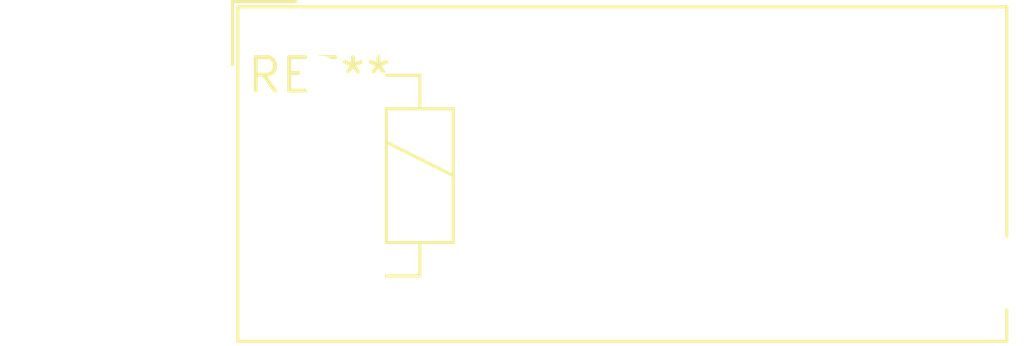
<source format=kicad_pcb>
(kicad_pcb (version 20240108) (generator pcbnew)
  (layers (0 "F.Cu" signal) (31 "B.Cu" signal) (34 "B.Paste" user) (35 "F.Paste" user) (36 "B.SilkS" user "B.Silkscreen") (37 "F.SilkS" user "F.Silkscreen") (38 "B.Mask" user) (39 "F.Mask" user) (44 "Edge.Cuts" user))
  (net 0 "")
  (footprint "Relay_SPDT_Finder_40.51" (layer "F.Cu") (at 0 0)
    (property "Reference" "REF**")
    (property "Value" "Relay_SPDT_Finder_40.51")
    (fp_line (start -3.3 -0.4) (end -3.3 -2.8) (layer "F.SilkS") (stroke (width 0.12)))
    (fp_line (start -3.1 -2.6) (end 26.1 -2.6) (layer "F.SilkS") (stroke (width 0.12)))
    (fp_line (start -3.1 10.1) (end -3.1 -2.6) (layer "F.SilkS") (stroke (width 0.12)))
    (fp_line (start -0.9 -2.8) (end -3.3 -2.8) (layer "F.SilkS") (stroke (width 0.12)))
    (fp_line (start 2.54 0) (end 3.81 0) (layer "F.SilkS") (stroke (width 0.12)))
    (fp_line (start 2.54 1.27) (end 3.81 1.27) (layer "F.SilkS") (stroke (width 0.12)))
    (fp_line (start 2.54 2.54) (end 5.08 3.81) (layer "F.SilkS") (stroke (width 0.12)))
    (fp_line (start 2.54 6.35) (end 2.54 1.27) (layer "F.SilkS") (stroke (width 0.12)))
    (fp_line (start 3.81 0) (end 3.81 1.27) (layer "F.SilkS") (stroke (width 0.12)))
    (fp_line (start 3.81 1.27) (end 5.08 1.27) (layer "F.SilkS") (stroke (width 0.12)))
    (fp_line (start 3.81 6.35) (end 3.81 7.62) (layer "F.SilkS") (stroke (width 0.12)))
    (fp_line (start 3.81 7.62) (end 2.54 7.62) (layer "F.SilkS") (stroke (width 0.12)))
    (fp_line (start 5.08 1.27) (end 5.08 6.35) (layer "F.SilkS") (stroke (width 0.12)))
    (fp_line (start 5.08 6.35) (end 2.54 6.35) (layer "F.SilkS") (stroke (width 0.12)))
    (fp_line (start 26.1 -2.6) (end 26.1 6.1) (layer "F.SilkS") (stroke (width 0.12)))
    (fp_line (start 26.1 8.9) (end 26.1 10.1) (layer "F.SilkS") (stroke (width 0.12)))
    (fp_line (start 26.1 10.1) (end -3.1 10.1) (layer "F.SilkS") (stroke (width 0.12)))
    (pad "11" thru_hole circle (at 20 0) (size 3 3) (drill 1.5) (layers *.Cu *.Mask) (remove_unused_layers))
    (pad "12" thru_hole circle (at 15 7.5) (size 3 3) (drill 1.5) (layers *.Cu *.Mask) (remove_unused_layers))
    (pad "14" thru_hole circle (at 25 7.5) (size 3 3) (drill 1.5) (layers *.Cu *.Mask) (remove_unused_layers))
    (pad "A1" thru_hole rect (at 0 0) (size 3 3) (drill 1.5) (layers *.Cu *.Mask) (remove_unused_layers))
    (pad "A2" thru_hole circle (at 0 7.5) (size 3 3) (drill 1.5) (layers *.Cu *.Mask) (remove_unused_layers))
  )
)
</source>
